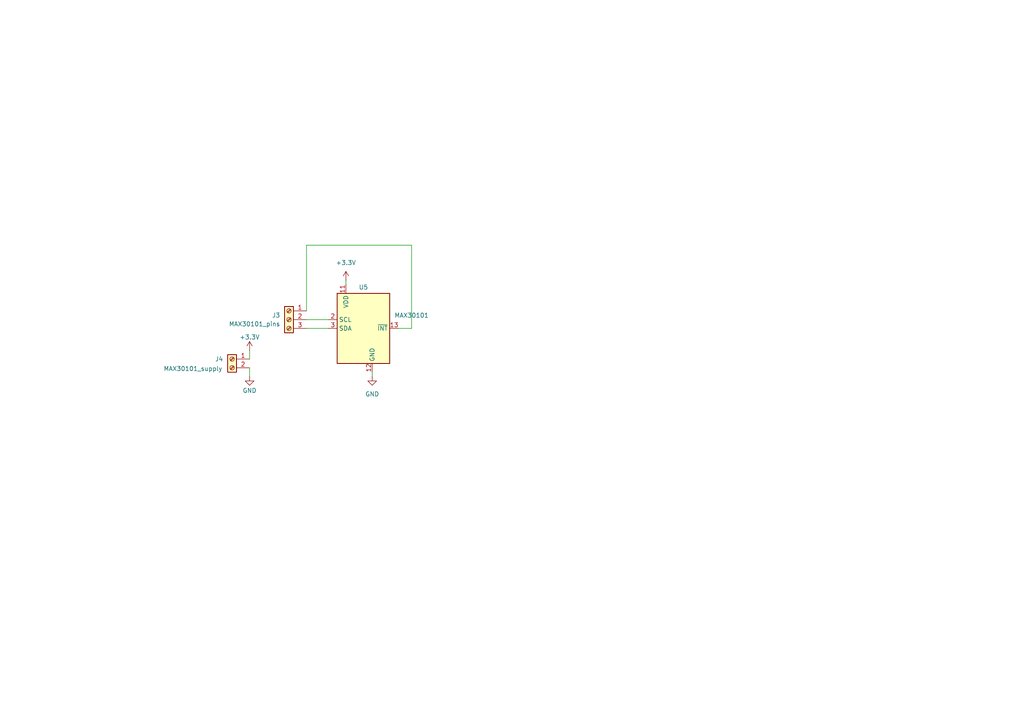
<source format=kicad_sch>
(kicad_sch (version 20231120) (generator "eeschema") (generator_version "8.0")
  (paper "A4")
  (lib_symbols
    (symbol "Connector:Screw_Terminal_01x02" (pin_names (offset 1.016) hide)
      (property "Reference" "J" (at 0 2.54 0))
      (property "Value" "Screw_Terminal_01x02" (at 0 -5.08 0))
      (symbol "Screw_Terminal_01x02_1_1"
        (rectangle (start -1.27 1.27) (end 1.27 -3.81) (stroke (width 0.254)) (fill (type background)))
        (circle (center 0 -2.54) (radius 0.635) (stroke (width 0.1524)))
        (polyline (pts (xy -0.5334 -2.2098) (xy 0.3302 -3.048)) (stroke (width 0.1524)))
        (polyline (pts (xy -0.5334 0.3302) (xy 0.3302 -0.508)) (stroke (width 0.1524)))
        (polyline (pts (xy -0.3556 -2.032) (xy 0.508 -2.8702)) (stroke (width 0.1524)))
        (polyline (pts (xy -0.3556 0.508) (xy 0.508 -0.3302)) (stroke (width 0.1524)))
        (circle (center 0 0) (radius 0.635) (stroke (width 0.1524)))
        (pin passive line (at -5.08 0 0) (length 3.81) (name "Pin_1") (number "1"))
        (pin passive line (at -5.08 -2.54 0) (length 3.81) (name "Pin_2") (number "2"))
      )
    )
    (symbol "Connector:Screw_Terminal_01x03" (pin_names (offset 1.016) hide)
      (property "Reference" "J" (at 0 5.08 0))
      (property "Value" "Screw_Terminal_01x03" (at 0 -5.08 0))
      (symbol "Screw_Terminal_01x03_1_1"
        (rectangle (start -1.27 3.81) (end 1.27 -3.81) (stroke (width 0.254)) (fill (type background)))
        (circle (center 0 -2.54) (radius 0.635) (stroke (width 0.1524)))
        (polyline (pts (xy -0.5334 -2.2098) (xy 0.3302 -3.048)) (stroke (width 0.1524)))
        (polyline (pts (xy -0.5334 0.3302) (xy 0.3302 -0.508)) (stroke (width 0.1524)))
        (polyline (pts (xy -0.5334 2.8702) (xy 0.3302 2.032)) (stroke (width 0.1524)))
        (polyline (pts (xy -0.3556 -2.032) (xy 0.508 -2.8702)) (stroke (width 0.1524)))
        (polyline (pts (xy -0.3556 0.508) (xy 0.508 -0.3302)) (stroke (width 0.1524)))
        (polyline (pts (xy -0.3556 3.048) (xy 0.508 2.2098)) (stroke (width 0.1524)))
        (circle (center 0 0) (radius 0.635) (stroke (width 0.1524)))
        (circle (center 0 2.54) (radius 0.635) (stroke (width 0.1524)))
        (pin passive line (at -5.08 2.54 0) (length 3.81) (name "Pin_1") (number "1"))
        (pin passive line (at -5.08 0 0) (length 3.81) (name "Pin_2") (number "2"))
        (pin passive line (at -5.08 -2.54 0) (length 3.81) (name "Pin_3") (number "3"))
      )
    )
    (symbol "Sensor:MAX30102"
      (property "Reference" "U2" (at 13.97 6.3186 0))
      (property "Value" "MAX30102" (at 13.97 3.7786 0))
      (symbol "MAX30102_0_1"
        (rectangle (start -7.62 10.16) (end 7.62 -10.16) (stroke (width 0.254)) (fill (type background)))
      )
      (symbol "MAX30102_1_1"
        (pin no_connect line (at -7.62 5.08 0) (length 2.54) hide (name "NC") (number "1"))
        (pin passive line (at 3.81 12.7 270) (length 2.54) hide (name "VLED+") (number "10"))
        (pin power_in line (at -5.08 12.7 270) (length 2.54) (name "VDD") (number "11"))
        (pin power_in line (at 2.54 -12.7 90) (length 2.54) (name "GND") (number "12"))
        (pin output line (at 10.16 0 180) (length 2.54) (name "~{INT}") (number "13"))
        (pin no_connect line (at 7.62 2.54 180) (length 2.54) hide (name "NC") (number "14"))
        (pin input line (at -10.16 2.54 0) (length 2.54) (name "SCL") (number "2"))
        (pin bidirectional line (at -10.16 0 0) (length 2.54) (name "SDA") (number "3"))
        (pin passive line (at -2.54 -12.7 90) (length 2.54) hide (name "PGND") (number "4"))
        (pin no_connect line (at 7.62 -7.62 180) (length 2.54) hide (name "NC") (number "5"))
        (pin no_connect line (at 7.62 -5.08 180) (length 2.54) hide (name "NC") (number "6"))
        (pin no_connect line (at -7.62 -2.54 0) (length 2.54) hide (name "NC") (number "7"))
        (pin no_connect line (at 7.62 5.08 180) (length 2.54) hide (name "NC") (number "8"))
        (pin passive line (at 0 12.7 270) (length 2.54) hide (name "VLED+") (number "9"))
      )
    )
    (symbol "power:+3.3V" (power) (pin_numbers hide) (pin_names (offset 0) hide)
      (property "Value" "+3.3V" (at 0 3.556 0))
      (symbol "+3.3V_0_1"
        (polyline (pts (xy -0.762 1.27) (xy 0 2.54)))
        (polyline (pts (xy 0 0) (xy 0 2.54)))
        (polyline (pts (xy 0 2.54) (xy 0.762 1.27)))
      )
      (symbol "+3.3V_1_1"
        (pin power_in line (at 0 0 90) (length 0) (name "~") (number "1"))
      )
    )
    (symbol "power:GND" (power) (pin_numbers hide) (pin_names (offset 0) hide)
      (property "Value" "GND" (at 0 -3.81 0))
      (symbol "GND_0_1"
        (polyline (pts (xy 0 0) (xy 0 -1.27) (xy 1.27 -1.27) (xy 0 -2.54) (xy -1.27 -1.27) (xy 0 -1.27)))
      )
      (symbol "GND_1_1"
        (pin power_in line (at 0 0 270) (length 0) (name "~") (number "1"))
      )
    )
  )
  (wire (pts (xy 107.95 107.95) (xy 107.95 109.22)))
  (wire (pts (xy 88.9 95.25) (xy 95.25 95.25)))
  (wire (pts (xy 100.33 81.28) (xy 100.33 82.55)))
  (wire (pts (xy 72.39 101.6) (xy 72.39 104.14)))
  (wire (pts (xy 88.9 92.71) (xy 95.25 92.71)))
  (wire (pts (xy 72.39 109.22) (xy 72.39 106.68)))
  (wire (pts (xy 88.9 71.12) (xy 119.38 71.12)))
  (wire (pts (xy 119.38 71.12) (xy 119.38 95.25)))
  (wire (pts (xy 88.9 90.17) (xy 88.9 71.12)))
  (wire (pts (xy 119.38 95.25) (xy 115.57 95.25)))
  (symbol (lib_id "Connector:Screw_Terminal_01x03") (at 83.82 92.71 0) (mirror y) (unit 1)
    (property "Reference" "J3" (at 81.28 91.4399 0) (effects (justify left)))
    (property "Value" "MAX30101_pins" (at 81.28 93.9799 0) (effects (justify left)))
    (property "Footprint" "Diplomna:connector_3p" (effects (hide yes)))
    (property "Description" "Generic screw terminal, single row, 01x03, script generated (kicad-library-utils/schlib/autogen/connector/)" (effects (hide yes)))
  )
  (symbol (lib_id "Connector:Screw_Terminal_01x02") (at 67.31 104.14 0) (mirror y) (unit 1)
    (property "Reference" "J4" (at 64.77 104.1399 0) (effects (justify left)))
    (property "Value" "MAX30101_supply" (at 64.516 106.934 0) (effects (justify left)))
    (property "Description" "Generic screw terminal, single row, 01x02, script generated (kicad-library-utils/schlib/autogen/connector/)" (effects (hide yes)))
  )
  (symbol (lib_id "Sensor:MAX30102") (at 105.41 95.25 0) (unit 1)
    (property "Reference" "U5" (at 105.41 83.312 0))
    (property "Value" "MAX30101" (at 119.38 91.4714 0))
    (property "Footprint" "OptoDevice:Maxim_OLGA-14_3.3x5.6mm_P0.8mm" (effects (hide yes)))
    (property "Datasheet" "https://datasheets.maximintegrated.com/en/ds/MAX30102.pdf" (effects (hide yes)))
    (property "Description" "Heart Rate Sensor, 14-OLGA" (effects (hide yes)))
  )
  (symbol (lib_id "power:+3.3V") (at 100.33 81.28 0) (unit 1)
    (property "Reference" "#PWR028" (effects (hide yes)))
    (property "Value" "+3.3V" (at 100.33 76.2 0))
    (property "Description" "Power symbol creates a global label with name \"+3.3V\"" (effects (hide yes)))
  )
  (symbol (lib_id "power:+3.3V") (at 72.39 101.6 0) (unit 1)
    (property "Reference" "#PWR029" (effects (hide yes)))
    (property "Value" "+3.3V" (at 72.39 97.79 0))
    (property "Description" "Power symbol creates a global label with name \"+3.3V\"" (effects (hide yes)))
  )
  (symbol (lib_id "power:GND") (at 107.95 109.22 0) (unit 1)
    (property "Reference" "#PWR031" (effects (hide yes)))
    (property "Value" "GND" (at 107.95 114.3 0))
    (property "Description" "Power symbol creates a global label with name \"GND\" , ground" (effects (hide yes)))
  )
  (symbol (lib_id "power:GND") (at 72.39 109.22 0) (unit 1)
    (property "Reference" "#PWR030" (effects (hide yes)))
    (property "Value" "GND" (at 72.39 113.284 0))
    (property "Description" "Power symbol creates a global label with name \"GND\" , ground" (effects (hide yes)))
  )
)
</source>
